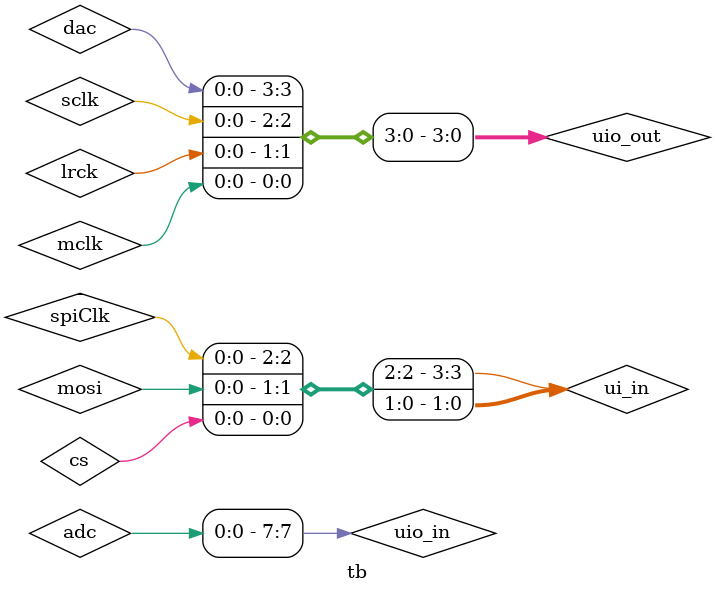
<source format=v>
`default_nettype none `timescale 1ns / 1ps

/* This testbench just instantiates the module and makes some convenient wires
   that can be driven / tested by the cocotb test.py.
*/
module tb ();

  // Dump the signals to a VCD file. You can view it with gtkwave.
  initial begin
    $dumpfile("tb.vcd");
    $dumpvars(0, tb);
    #1;
  end

  // symbolic wires for cocotb, can't attach monitors to bits of arrays
  wire mclk;
  wire lrck;
  wire sclk;
  wire dac;

  reg adc;
  reg cs;
  reg mosi;
  reg spiClk;

  // Wire up the inputs and outputs:
  reg clk;
  reg rst_n;
  reg ena;

  wire [7:0] ui_in;
  wire [7:0] uio_in;
  wire [7:0] uo_out;
  wire [7:0] uio_out;
  wire [7:0] uio_oe;

  // Wire up symbolic wires
  assign mclk = uio_out[0];
  assign lrck = uio_out[1];
  assign sclk = uio_out[2];
  assign dac = uio_out[3];

  assign uio_in[7] = adc;
  assign ui_in[0] = cs;
  assign ui_in[1] = mosi;
  assign ui_in[3] = spiClk;

`ifdef GL_TEST
  wire VPWR = 1'b1;
  wire VGND = 1'b0;
`endif

  // Replace tt_um_example with your module name:
  tt_um_arandomdev_fir_engine_top top (

      // Include power ports for the Gate Level test:
`ifdef GL_TEST
      .VPWR(VPWR),
      .VGND(VGND),
`endif

      .ui_in  (ui_in),    // Dedicated inputs
      .uo_out (uo_out),   // Dedicated outputs
      .uio_in (uio_in),   // IOs: Input path
      .uio_out(uio_out),  // IOs: Output path
      .uio_oe (uio_oe),   // IOs: Enable path (active high: 0=input, 1=output)
      .ena    (ena),      // enable - goes high when design is selected
      .clk    (clk),      // clock
      .rst_n  (rst_n)     // not reset
  );

endmodule

</source>
